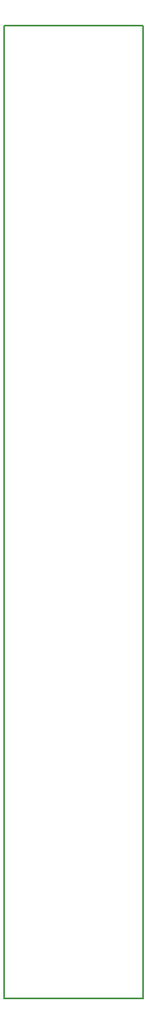
<source format=gm1>
G04 MADE WITH FRITZING*
G04 WWW.FRITZING.ORG*
G04 DOUBLE SIDED*
G04 HOLES PLATED*
G04 CONTOUR ON CENTER OF CONTOUR VECTOR*
%ASAXBY*%
%FSLAX23Y23*%
%MOIN*%
%OFA0B0*%
%SFA1.0B1.0*%
%ADD10R,0.570866X3.937010*%
%ADD11C,0.008000*%
%ADD10C,0.008*%
%LNCONTOUR*%
G90*
G70*
G54D10*
G54D11*
X4Y3933D02*
X567Y3933D01*
X567Y4D01*
X4Y4D01*
X4Y3933D01*
D02*
G04 End of contour*
M02*
</source>
